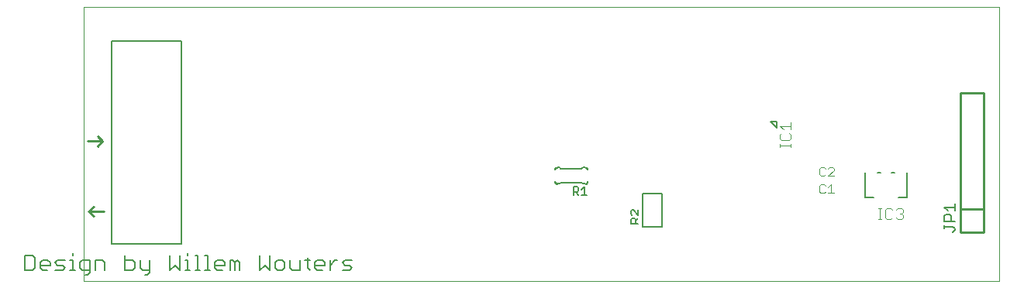
<source format=gto>
G75*
G70*
%OFA0B0*%
%FSLAX24Y24*%
%IPPOS*%
%LPD*%
%AMOC8*
5,1,8,0,0,1.08239X$1,22.5*
%
%ADD10C,0.0000*%
%ADD11C,0.0060*%
%ADD12C,0.0100*%
%ADD13C,0.0080*%
%ADD14C,0.0040*%
%ADD15C,0.0010*%
%ADD16C,0.0050*%
%ADD17C,0.0070*%
%ADD18C,0.0030*%
D10*
X000330Y001028D02*
X000330Y012839D01*
X039700Y012839D01*
X039700Y001028D01*
X000330Y001028D01*
D11*
X000379Y001284D02*
X000486Y001284D01*
X000593Y001391D01*
X000593Y001925D01*
X000273Y001925D01*
X000166Y001818D01*
X000166Y001605D01*
X000273Y001498D01*
X000593Y001498D01*
X000810Y001498D02*
X000810Y001925D01*
X001131Y001925D01*
X001237Y001818D01*
X001237Y001498D01*
X002099Y001498D02*
X002420Y001498D01*
X002526Y001605D01*
X002526Y001818D01*
X002420Y001925D01*
X002099Y001925D01*
X002744Y001925D02*
X002744Y001605D01*
X002851Y001498D01*
X003171Y001498D01*
X003171Y001391D02*
X003064Y001284D01*
X002957Y001284D01*
X003171Y001391D02*
X003171Y001925D01*
X002099Y002138D02*
X002099Y001498D01*
X004033Y001498D02*
X004033Y002138D01*
X004460Y002138D02*
X004460Y001498D01*
X004247Y001711D01*
X004033Y001498D01*
X004678Y001498D02*
X004891Y001498D01*
X004784Y001498D02*
X004784Y001925D01*
X004678Y001925D01*
X004784Y002138D02*
X004784Y002245D01*
X005107Y002138D02*
X005214Y002138D01*
X005214Y001498D01*
X005107Y001498D02*
X005321Y001498D01*
X005537Y001498D02*
X005751Y001498D01*
X005644Y001498D02*
X005644Y002138D01*
X005537Y002138D01*
X005967Y001818D02*
X006073Y001925D01*
X006287Y001925D01*
X006394Y001818D01*
X006394Y001711D01*
X005967Y001711D01*
X005967Y001605D02*
X005967Y001818D01*
X005967Y001605D02*
X006073Y001498D01*
X006287Y001498D01*
X006611Y001498D02*
X006611Y001925D01*
X006718Y001925D01*
X006825Y001818D01*
X006932Y001925D01*
X007038Y001818D01*
X007038Y001498D01*
X006825Y001498D02*
X006825Y001818D01*
X007900Y002138D02*
X007900Y001498D01*
X008114Y001711D01*
X008327Y001498D01*
X008327Y002138D01*
X008545Y001818D02*
X008545Y001605D01*
X008652Y001498D01*
X008865Y001498D01*
X008972Y001605D01*
X008972Y001818D01*
X008865Y001925D01*
X008652Y001925D01*
X008545Y001818D01*
X009189Y001925D02*
X009189Y001605D01*
X009296Y001498D01*
X009616Y001498D01*
X009616Y001925D01*
X009834Y001925D02*
X010048Y001925D01*
X009941Y002032D02*
X009941Y001605D01*
X010048Y001498D01*
X010264Y001605D02*
X010264Y001818D01*
X010370Y001925D01*
X010584Y001925D01*
X010691Y001818D01*
X010691Y001711D01*
X010264Y001711D01*
X010264Y001605D02*
X010370Y001498D01*
X010584Y001498D01*
X010908Y001498D02*
X010908Y001925D01*
X010908Y001711D02*
X011122Y001925D01*
X011229Y001925D01*
X011445Y001818D02*
X011552Y001925D01*
X011872Y001925D01*
X011766Y001711D02*
X011552Y001711D01*
X011445Y001818D01*
X011766Y001711D02*
X011872Y001605D01*
X011766Y001498D01*
X011445Y001498D01*
X-000050Y001498D02*
X-000264Y001498D01*
X-000157Y001498D02*
X-000157Y001925D01*
X-000264Y001925D01*
X-000481Y001925D02*
X-000802Y001925D01*
X-000908Y001818D01*
X-000802Y001711D01*
X-000588Y001711D01*
X-000481Y001605D01*
X-000588Y001498D01*
X-000908Y001498D01*
X-001233Y001498D02*
X-001446Y001498D01*
X-001553Y001605D01*
X-001553Y001818D01*
X-001446Y001925D01*
X-001233Y001925D01*
X-001126Y001818D01*
X-001126Y001711D01*
X-001553Y001711D01*
X-001771Y001605D02*
X-001771Y002032D01*
X-001877Y002138D01*
X-002198Y002138D01*
X-002198Y001498D01*
X-001877Y001498D01*
X-001771Y001605D01*
X-000157Y002138D02*
X-000157Y002245D01*
X020678Y005221D02*
X020778Y005221D01*
X020828Y005271D01*
X021728Y005271D01*
X021778Y005221D01*
X021878Y005221D01*
X021728Y005871D02*
X020828Y005871D01*
X020778Y005921D01*
X020678Y005921D01*
X021728Y005871D02*
X021778Y005921D01*
X021878Y005921D01*
D12*
X038019Y004146D02*
X038019Y003146D01*
X039019Y003146D01*
X039019Y009146D01*
X038019Y009146D01*
X038019Y004146D01*
X039019Y004146D01*
X001200Y004028D02*
X000540Y004028D01*
X000750Y004238D01*
X000540Y004028D02*
X000750Y003818D01*
X000930Y006848D02*
X001140Y007058D01*
X000930Y007268D01*
X001140Y007058D02*
X000480Y007058D01*
D13*
X024364Y004815D02*
X024364Y003377D01*
X025176Y003377D01*
X025176Y004815D01*
X024364Y004815D01*
X029864Y007889D02*
X030131Y007622D01*
X030130Y007622D01*
X030130Y007889D01*
X029864Y007889D01*
D14*
X030259Y007711D02*
X030719Y007711D01*
X030719Y007864D02*
X030719Y007557D01*
X030642Y007404D02*
X030719Y007327D01*
X030719Y007174D01*
X030642Y007097D01*
X030335Y007097D01*
X030259Y007174D01*
X030259Y007327D01*
X030335Y007404D01*
X030412Y007557D02*
X030259Y007711D01*
X030259Y006943D02*
X030259Y006790D01*
X030259Y006867D02*
X030719Y006867D01*
X030719Y006943D02*
X030719Y006790D01*
X034486Y004161D02*
X034640Y004161D01*
X034563Y004161D02*
X034563Y003700D01*
X034486Y003700D02*
X034640Y003700D01*
X034793Y003777D02*
X034870Y003700D01*
X035023Y003700D01*
X035100Y003777D01*
X035254Y003777D02*
X035330Y003700D01*
X035484Y003700D01*
X035561Y003777D01*
X035561Y003854D01*
X035484Y003930D01*
X035407Y003930D01*
X035484Y003930D02*
X035561Y004007D01*
X035561Y004084D01*
X035484Y004161D01*
X035330Y004161D01*
X035254Y004084D01*
X035100Y004084D02*
X035023Y004161D01*
X034870Y004161D01*
X034793Y004084D01*
X034793Y003777D01*
D15*
X021882Y005197D02*
X021882Y005247D01*
X021883Y005246D02*
X021898Y005249D01*
X021912Y005254D01*
X021925Y005263D01*
X021936Y005274D01*
X021945Y005287D01*
X021950Y005301D01*
X021953Y005316D01*
X022002Y005317D01*
X022003Y005316D01*
X022000Y005295D01*
X021994Y005276D01*
X021985Y005257D01*
X021973Y005240D01*
X021959Y005226D01*
X021942Y005214D01*
X021923Y005205D01*
X021904Y005199D01*
X021883Y005196D01*
X021883Y005205D01*
X021902Y005208D01*
X021920Y005213D01*
X021937Y005221D01*
X021953Y005232D01*
X021967Y005246D01*
X021978Y005262D01*
X021986Y005279D01*
X021991Y005297D01*
X021994Y005316D01*
X021985Y005316D01*
X021982Y005296D01*
X021976Y005278D01*
X021966Y005261D01*
X021954Y005245D01*
X021938Y005233D01*
X021921Y005223D01*
X021903Y005217D01*
X021883Y005214D01*
X021883Y005223D01*
X021901Y005226D01*
X021918Y005231D01*
X021933Y005240D01*
X021947Y005252D01*
X021959Y005266D01*
X021968Y005281D01*
X021973Y005298D01*
X021976Y005316D01*
X021967Y005316D01*
X021964Y005298D01*
X021957Y005280D01*
X021947Y005265D01*
X021934Y005252D01*
X021919Y005242D01*
X021901Y005235D01*
X021883Y005232D01*
X021883Y005241D01*
X021899Y005244D01*
X021915Y005250D01*
X021928Y005259D01*
X021940Y005271D01*
X021949Y005284D01*
X021955Y005300D01*
X021958Y005316D01*
X022002Y005825D02*
X021952Y005825D01*
X021953Y005826D02*
X021950Y005841D01*
X021945Y005855D01*
X021936Y005868D01*
X021925Y005879D01*
X021912Y005888D01*
X021898Y005893D01*
X021883Y005896D01*
X021882Y005945D01*
X021883Y005946D01*
X021904Y005943D01*
X021923Y005937D01*
X021942Y005928D01*
X021959Y005916D01*
X021973Y005902D01*
X021985Y005885D01*
X021994Y005866D01*
X022000Y005847D01*
X022003Y005826D01*
X021994Y005826D01*
X021991Y005845D01*
X021986Y005863D01*
X021978Y005880D01*
X021967Y005896D01*
X021953Y005910D01*
X021937Y005921D01*
X021920Y005929D01*
X021902Y005934D01*
X021883Y005937D01*
X021883Y005928D01*
X021903Y005925D01*
X021921Y005919D01*
X021938Y005909D01*
X021954Y005897D01*
X021966Y005881D01*
X021976Y005864D01*
X021982Y005846D01*
X021985Y005826D01*
X021976Y005826D01*
X021973Y005844D01*
X021968Y005861D01*
X021959Y005876D01*
X021947Y005890D01*
X021933Y005902D01*
X021918Y005911D01*
X021901Y005916D01*
X021883Y005919D01*
X021883Y005910D01*
X021901Y005907D01*
X021919Y005900D01*
X021934Y005890D01*
X021947Y005877D01*
X021957Y005862D01*
X021964Y005844D01*
X021967Y005826D01*
X021958Y005826D01*
X021955Y005842D01*
X021949Y005858D01*
X021940Y005871D01*
X021928Y005883D01*
X021915Y005892D01*
X021899Y005898D01*
X021883Y005901D01*
X020674Y005945D02*
X020674Y005895D01*
X020673Y005896D02*
X020658Y005893D01*
X020644Y005888D01*
X020631Y005879D01*
X020620Y005868D01*
X020611Y005855D01*
X020606Y005841D01*
X020603Y005826D01*
X020554Y005825D01*
X020553Y005826D01*
X020556Y005847D01*
X020562Y005866D01*
X020571Y005885D01*
X020583Y005902D01*
X020597Y005916D01*
X020614Y005928D01*
X020633Y005937D01*
X020652Y005943D01*
X020673Y005946D01*
X020673Y005937D01*
X020654Y005934D01*
X020636Y005929D01*
X020619Y005921D01*
X020603Y005910D01*
X020589Y005896D01*
X020578Y005880D01*
X020570Y005863D01*
X020565Y005845D01*
X020562Y005826D01*
X020571Y005826D01*
X020574Y005846D01*
X020580Y005864D01*
X020590Y005881D01*
X020602Y005897D01*
X020618Y005909D01*
X020635Y005919D01*
X020653Y005925D01*
X020673Y005928D01*
X020673Y005919D01*
X020655Y005916D01*
X020638Y005911D01*
X020623Y005902D01*
X020609Y005890D01*
X020597Y005876D01*
X020588Y005861D01*
X020583Y005844D01*
X020580Y005826D01*
X020589Y005826D01*
X020592Y005844D01*
X020599Y005862D01*
X020609Y005877D01*
X020622Y005890D01*
X020637Y005900D01*
X020655Y005907D01*
X020673Y005910D01*
X020673Y005901D01*
X020657Y005898D01*
X020641Y005892D01*
X020628Y005883D01*
X020616Y005871D01*
X020607Y005858D01*
X020601Y005842D01*
X020598Y005826D01*
X020554Y005317D02*
X020604Y005317D01*
X020603Y005316D02*
X020606Y005301D01*
X020611Y005287D01*
X020620Y005274D01*
X020631Y005263D01*
X020644Y005254D01*
X020658Y005249D01*
X020673Y005246D01*
X020674Y005197D01*
X020673Y005196D01*
X020652Y005199D01*
X020633Y005205D01*
X020614Y005214D01*
X020597Y005226D01*
X020583Y005240D01*
X020571Y005257D01*
X020562Y005276D01*
X020556Y005295D01*
X020553Y005316D01*
X020562Y005316D01*
X020565Y005297D01*
X020570Y005279D01*
X020578Y005262D01*
X020589Y005246D01*
X020603Y005232D01*
X020619Y005221D01*
X020636Y005213D01*
X020654Y005208D01*
X020673Y005205D01*
X020673Y005214D01*
X020653Y005217D01*
X020635Y005223D01*
X020618Y005233D01*
X020602Y005245D01*
X020590Y005261D01*
X020580Y005278D01*
X020574Y005296D01*
X020571Y005316D01*
X020580Y005316D01*
X020583Y005298D01*
X020588Y005281D01*
X020597Y005266D01*
X020609Y005252D01*
X020623Y005240D01*
X020638Y005231D01*
X020655Y005226D01*
X020673Y005223D01*
X020673Y005232D01*
X020655Y005235D01*
X020637Y005242D01*
X020622Y005252D01*
X020609Y005265D01*
X020599Y005280D01*
X020592Y005298D01*
X020589Y005316D01*
X020598Y005316D01*
X020601Y005300D01*
X020607Y005284D01*
X020616Y005271D01*
X020628Y005259D01*
X020641Y005250D01*
X020657Y005244D01*
X020673Y005241D01*
D16*
X021375Y005086D02*
X021545Y005086D01*
X021602Y005029D01*
X021602Y004916D01*
X021545Y004859D01*
X021375Y004859D01*
X021375Y004746D02*
X021375Y005086D01*
X021734Y004973D02*
X021847Y005086D01*
X021847Y004746D01*
X021734Y004746D02*
X021961Y004746D01*
X021602Y004746D02*
X021488Y004859D01*
X037324Y004212D02*
X037774Y004212D01*
X037774Y004062D02*
X037774Y004362D01*
X037474Y004062D02*
X037324Y004212D01*
X037399Y003902D02*
X037549Y003902D01*
X037624Y003827D01*
X037624Y003601D01*
X037774Y003601D02*
X037324Y003601D01*
X037324Y003827D01*
X037399Y003902D01*
X037324Y003441D02*
X037324Y003291D01*
X037324Y003366D02*
X037699Y003366D01*
X037774Y003291D01*
X037774Y003216D01*
X037699Y003141D01*
X004514Y002618D02*
X004514Y011368D01*
X001514Y011368D01*
X001514Y002618D01*
X004514Y002618D01*
D17*
X023842Y003506D02*
X023842Y003671D01*
X023897Y003726D01*
X024007Y003726D01*
X024062Y003671D01*
X024062Y003506D01*
X024062Y003616D02*
X024173Y003726D01*
X024173Y003874D02*
X023952Y004094D01*
X023897Y004094D01*
X023842Y004039D01*
X023842Y003929D01*
X023897Y003874D01*
X024173Y003874D02*
X024173Y004094D01*
X024173Y003506D02*
X023842Y003506D01*
X033931Y004638D02*
X034289Y004638D01*
X033931Y004638D02*
X033931Y005706D01*
X034463Y005709D02*
X034604Y005709D01*
X035053Y005709D02*
X035195Y005709D01*
X035721Y005706D02*
X035721Y004638D01*
X035363Y004638D01*
D18*
X032577Y004816D02*
X032330Y004816D01*
X032454Y004816D02*
X032454Y005187D01*
X032330Y005063D01*
X032209Y005125D02*
X032147Y005187D01*
X032024Y005187D01*
X031962Y005125D01*
X031962Y004878D01*
X032024Y004816D01*
X032147Y004816D01*
X032209Y004878D01*
X032147Y005559D02*
X032209Y005621D01*
X032147Y005559D02*
X032024Y005559D01*
X031962Y005621D01*
X031962Y005868D01*
X032024Y005930D01*
X032147Y005930D01*
X032209Y005868D01*
X032330Y005868D02*
X032392Y005930D01*
X032515Y005930D01*
X032577Y005868D01*
X032577Y005806D01*
X032330Y005559D01*
X032577Y005559D01*
M02*

</source>
